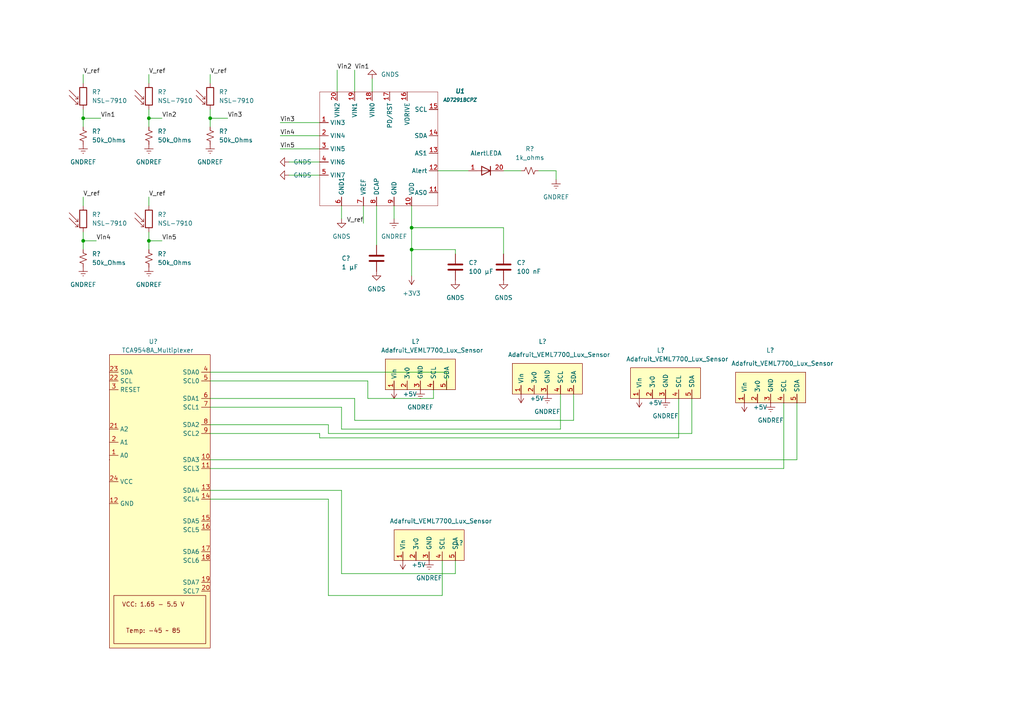
<source format=kicad_sch>
(kicad_sch (version 20211123) (generator eeschema)
  (paper "A4")
  (lib_symbols
    (symbol "Adafruit_VEML7700_Lux_Sensor_1"
      (property "Reference" "L" (at 0 -5.08 0))
      (property "Value" "Adafruit_VEML7700_Lux_Sensor_1" (at -8.89 0 0))
      (symbol "Adafruit_VEML7700_Lux_Sensor_1_0_1"
        (rectangle (start -8.89 -2.54) (end 11.43 -11.43) (fill (type background)))
      )
      (symbol "Adafruit_VEML7700_Lux_Sensor_1_1_1"
        (pin input line (at -6.35 -11.43 90) (length 2.54) (name "Vin") (number "1"))
        (pin input line (at -2.54 -11.43 90) (length 2.54) (name "3v0") (number "2"))
        (pin input line (at 1.27 -11.43 90) (length 2.54) (name "GND") (number "3"))
        (pin output line (at 5.08 -11.43 90) (length 2.54) (name "SCL") (number "4"))
        (pin bidirectional line (at 8.89 -11.43 90) (length 2.54) (name "SDA") (number "5"))
      )
    )
    (symbol "Adafruit_VEML7700_Lux_Sensor_2"
      (property "Reference" "L" (at 0 -5.08 0))
      (property "Value" "Adafruit_VEML7700_Lux_Sensor_2" (at -8.89 0 0))
      (symbol "Adafruit_VEML7700_Lux_Sensor_2_0_1"
        (rectangle (start -8.89 -2.54) (end 11.43 -11.43) (fill (type background)))
      )
      (symbol "Adafruit_VEML7700_Lux_Sensor_2_1_1"
        (pin input line (at -6.35 -11.43 90) (length 2.54) (name "Vin") (number "1"))
        (pin input line (at -2.54 -11.43 90) (length 2.54) (name "3v0") (number "2"))
        (pin input line (at 1.27 -11.43 90) (length 2.54) (name "GND") (number "3"))
        (pin output line (at 5.08 -11.43 90) (length 2.54) (name "SCL") (number "4"))
        (pin bidirectional line (at 8.89 -11.43 90) (length 2.54) (name "SDA") (number "5"))
      )
    )
    (symbol "Adafruit_VEML7700_Lux_Sensor_3"
      (property "Reference" "L" (at 0 -5.08 0))
      (property "Value" "Adafruit_VEML7700_Lux_Sensor_3" (at -8.89 0 0))
      (symbol "Adafruit_VEML7700_Lux_Sensor_3_0_1"
        (rectangle (start -8.89 -2.54) (end 11.43 -11.43) (fill (type background)))
      )
      (symbol "Adafruit_VEML7700_Lux_Sensor_3_1_1"
        (pin input line (at -6.35 -11.43 90) (length 2.54) (name "Vin") (number "1"))
        (pin input line (at -2.54 -11.43 90) (length 2.54) (name "3v0") (number "2"))
        (pin input line (at 1.27 -11.43 90) (length 2.54) (name "GND") (number "3"))
        (pin output line (at 5.08 -11.43 90) (length 2.54) (name "SCL") (number "4"))
        (pin bidirectional line (at 8.89 -11.43 90) (length 2.54) (name "SDA") (number "5"))
      )
    )
    (symbol "Adafruit_VEML7700_Lux_Sensor_4"
      (property "Reference" "L" (at 0 -5.08 0))
      (property "Value" "Adafruit_VEML7700_Lux_Sensor_4" (at -8.89 0 0))
      (symbol "Adafruit_VEML7700_Lux_Sensor_4_0_1"
        (rectangle (start -8.89 -2.54) (end 11.43 -11.43) (fill (type background)))
      )
      (symbol "Adafruit_VEML7700_Lux_Sensor_4_1_1"
        (pin input line (at -6.35 -11.43 90) (length 2.54) (name "Vin") (number "1"))
        (pin input line (at -2.54 -11.43 90) (length 2.54) (name "3v0") (number "2"))
        (pin input line (at 1.27 -11.43 90) (length 2.54) (name "GND") (number "3"))
        (pin output line (at 5.08 -11.43 90) (length 2.54) (name "SCL") (number "4"))
        (pin bidirectional line (at 8.89 -11.43 90) (length 2.54) (name "SDA") (number "5"))
      )
    )
    (symbol "Analog_ADC:AD7291BCPZ"
      (property "Reference" "U" (at 3.81 -7.62 0))
      (property "Value" "AD7291BCPZ" (at 3.81 -5.08 0))
      (symbol "AD7291BCPZ_0_1"
        (rectangle (start -12.7 8.89) (end 21.59 -24.13) (stroke (width 0.1)))
      )
      (symbol "AD7291BCPZ_1_1"
        (pin input line (at -12.7 0 0) (length 2.54) (name "VIN3") (number "1"))
        (pin input line (at 13.97 -24.13 90) (length 2.54) (name "VDD") (number "10"))
        (pin input line (at 21.59 -20.32 180) (length 2.54) (name "AS0") (number "11"))
        (pin output line (at 21.59 -13.97 180) (length 2.54) (name "Alert") (number "12"))
        (pin input line (at 21.59 -8.89 180) (length 2.54) (name "AS1") (number "13"))
        (pin bidirectional line (at 21.59 -3.81 180) (length 2.54) (name "SDA") (number "14"))
        (pin input line (at 21.59 3.81 180) (length 2.54) (name "SCL") (number "15"))
        (pin input line (at 12.7 8.89 270) (length 2.54) (name "VDRIVE") (number "16"))
        (pin input line (at 7.62 8.89 270) (length 2.54) (name "PD/RST") (number "17"))
        (pin input line (at 2.54 8.89 270) (length 2.54) (name "VIN0") (number "18"))
        (pin input line (at -2.54 8.89 270) (length 2.54) (name "VIN1") (number "19"))
        (pin input line (at -12.7 -3.81 0) (length 2.54) (name "VIN4") (number "2"))
        (pin input line (at -7.62 8.89 270) (length 2.54) (name "VIN2") (number "20"))
        (pin input line (at -12.7 -7.62 0) (length 2.54) (name "VIN5") (number "3"))
        (pin input line (at -12.7 -11.43 0) (length 2.54) (name "VIN6") (number "4"))
        (pin input line (at -12.7 -15.24 0) (length 2.54) (name "VIN7") (number "5"))
        (pin input line (at -6.35 -24.13 90) (length 2.54) (name "GND1") (number "6"))
        (pin input line (at 0 -24.13 90) (length 2.54) (name "VREF") (number "7"))
        (pin input line (at 3.81 -24.13 90) (length 2.54) (name "DCAP") (number "8"))
        (pin input line (at 8.89 -24.13 90) (length 2.54) (name "GND") (number "9"))
      )
    )
    (symbol "Analog_Switch:TCA9548A_Multiplexer"
      (property "Reference" "U" (at 40.64 -31.75 0))
      (property "Value" "TCA9548A_Multiplexer" (at 39.37 -12.7 0))
      (symbol "TCA9548A_Multiplexer_0_0"
        (text "Temp: -45 ~ 85" (at 38.1 -90.17 0) (effects (font (size 1.27 1.27))))
        (text "VCC: 1.65 - 5.5 V" (at 38.1 -82.55 0) (effects (font (size 1.27 1.27))))
      )
      (symbol "TCA9548A_Multiplexer_0_1"
        (rectangle (start -15.24 -40.64) (end -15.24 -40.64))
        (rectangle (start -15.24 -40.64) (end -15.24 -40.64))
        (rectangle (start -15.24 -40.64) (end -15.24 -40.64))
        (rectangle (start -15.24 -40.64) (end -15.24 -40.64))
        (rectangle (start -15.24 -40.64) (end -15.24 -40.64))
        (rectangle (start -15.24 -40.64) (end -15.24 -40.64))
        (polyline (pts (xy 25.4 -40.64) (xy 25.4 -40.64)))
        (rectangle (start 25.4 -40.64) (end 25.4 -40.64))
        (rectangle (start 25.4 -40.64) (end 25.4 -40.64))
        (arc (start 25.4 -40.64) (mid 25.4 -40.64) (end 25.4 -40.64))
        (arc (start 25.4 -40.64) (mid 25.4 -40.64) (end 25.4 -40.64))
        (arc (start 25.4 -40.64) (mid 25.4 -40.64) (end 25.4 -40.64))
        (arc (start 25.4 -40.64) (mid 25.4 -40.64) (end 25.4 -40.64))
        (rectangle (start 25.4 -10.16) (end 54.61 -95.25) (fill (type background)))
        (rectangle (start 26.67 -80.01) (end 53.34 -93.98))
      )
      (symbol "TCA9548A_Multiplexer_1_1"
        (pin input line (at 25.4 -39.37 0) (length 2.54) (name "A0") (number "1"))
        (pin bidirectional line (at 54.61 -40.64 180) (length 2.54) (name "SDA3") (number "10"))
        (pin output line (at 54.61 -43.18 180) (length 2.54) (name "SCL3") (number "11"))
        (pin input line (at 25.4 -53.34 0) (length 2.54) (name "GND") (number "12"))
        (pin bidirectional line (at 54.61 -49.53 180) (length 2.54) (name "SDA4") (number "13"))
        (pin output line (at 54.61 -52.07 180) (length 2.54) (name "SCL4") (number "14"))
        (pin bidirectional line (at 54.61 -58.42 180) (length 2.54) (name "SDA5") (number "15"))
        (pin output line (at 54.61 -60.96 180) (length 2.54) (name "SCL5") (number "16"))
        (pin bidirectional line (at 54.61 -67.31 180) (length 2.54) (name "SDA6") (number "17"))
        (pin output line (at 54.61 -69.85 180) (length 2.54) (name "SCL6") (number "18"))
        (pin bidirectional line (at 54.61 -76.2 180) (length 2.54) (name "SDA7") (number "19"))
        (pin input line (at 25.4 -35.56 0) (length 2.54) (name "A1") (number "2"))
        (pin output line (at 54.61 -78.74 180) (length 2.54) (name "SCL7") (number "20"))
        (pin input line (at 25.4 -31.75 0) (length 2.54) (name "A2") (number "21"))
        (pin input line (at 25.4 -17.78 0) (length 2.54) (name "SCL") (number "22"))
        (pin bidirectional line (at 25.4 -15.24 0) (length 2.54) (name "SDA") (number "23"))
        (pin input line (at 25.4 -46.99 0) (length 2.54) (name "VCC") (number "24"))
        (pin input line (at 25.4 -20.32 0) (length 2.54) (name "RESET") (number "3"))
        (pin bidirectional line (at 54.61 -15.24 180) (length 2.54) (name "SDA0") (number "4"))
        (pin output line (at 54.61 -17.78 180) (length 2.54) (name "SCL0") (number "5"))
        (pin bidirectional line (at 54.61 -22.86 180) (length 2.54) (name "SDA1") (number "6"))
        (pin output line (at 54.61 -25.4 180) (length 2.54) (name "SCL1") (number "7"))
        (pin bidirectional line (at 54.61 -30.48 180) (length 2.54) (name "SDA2") (number "8"))
        (pin output line (at 54.61 -33.02 180) (length 2.54) (name "SCL2") (number "9"))
      )
    )
    (symbol "Device:50k_Ohms" (pin_numbers hide) (pin_names (offset 0.254) hide)
      (property "Reference" "R" (at 0.762 0.508 0))
      (property "Value" "50k_Ohms" (at 1.27 -1.27 0))
      (symbol "50k_Ohms_1_1"
        (polyline (pts (xy 0 0) (xy 1.016 -0.381) (xy 0 -0.762) (xy -1.016 -1.143) (xy 0 -1.524)))
        (polyline (pts (xy 0 1.524) (xy 1.016 1.143) (xy 0 0.762) (xy -1.016 0.381) (xy 0 0)))
        (pin passive line (at 0 2.54 270) (length 1.016) (name "~") (number "1"))
        (pin passive line (at 0 -2.54 90) (length 1.016) (name "~") (number "2"))
      )
    )
    (symbol "Device:C" (pin_numbers hide) (pin_names (offset 0.254))
      (property "Reference" "C" (at 0.635 2.54 0))
      (property "Value" "C" (at 0.635 -2.54 0))
      (symbol "C_0_1"
        (polyline (pts (xy -2.032 -0.762) (xy 2.032 -0.762)) (stroke (width 0.508)))
        (polyline (pts (xy -2.032 0.762) (xy 2.032 0.762)) (stroke (width 0.508)))
      )
      (symbol "C_1_1"
        (pin passive line (at 0 3.81 270) (length 2.794) (name "~") (number "1"))
        (pin passive line (at 0 -3.81 90) (length 2.794) (name "~") (number "2"))
      )
    )
    (symbol "Device:R_Photo" (pin_numbers hide) (pin_names (offset 0))
      (property "Reference" "R" (at 1.27 1.27 0))
      (property "Value" "R_Photo" (at 1.27 0 0))
      (symbol "R_Photo_0_1"
        (rectangle (start -1.016 2.54) (end 1.016 -2.54) (stroke (width 0.254)))
        (polyline (pts (xy -1.524 -2.286) (xy -4.064 0.254)))
        (polyline (pts (xy -1.524 -2.286) (xy -2.286 -2.286)))
        (polyline (pts (xy -1.524 -2.286) (xy -1.524 -1.524)))
        (polyline (pts (xy -1.524 -0.762) (xy -4.064 1.778)))
        (polyline (pts (xy -1.524 -0.762) (xy -2.286 -0.762)))
        (polyline (pts (xy -1.524 -0.762) (xy -1.524 0)))
      )
      (symbol "R_Photo_1_1"
        (pin passive line (at 0 3.81 270) (length 1.27) (name "~") (number "1"))
        (pin passive line (at 0 -3.81 90) (length 1.27) (name "~") (number "2"))
      )
    )
    (symbol "LED:HDSP-4836" (pin_names (offset 1.016) hide)
      (property "Reference" "BAR" (at 0 3.81 0))
      (property "Value" "HDSP-4836" (at 0 -3.81 0))
      (symbol "HDSP-4836_0_1"
        (polyline (pts (xy -2.54 0) (xy 2.54 0)))
        (polyline (pts (xy 1.27 -1.27) (xy 1.27 1.27)) (stroke (width 0.254)))
        (polyline (pts (xy -1.27 1.27) (xy -1.27 -1.27) (xy 1.27 0) (xy -1.27 1.27)) (stroke (width 0.254)))
      )
      (symbol "HDSP-4836_1_1"
        (pin passive line (at -5.08 0 0) (length 2.54) (name "A") (number "1"))
        (pin passive line (at 5.08 0 180) (length 2.54) (name "K") (number "20"))
      )
      (symbol "HDSP-4836_2_1"
        (pin passive line (at 5.08 0 180) (length 2.54) (name "K") (number "19"))
        (pin passive line (at -5.08 0 0) (length 2.54) (name "A") (number "2"))
      )
      (symbol "HDSP-4836_3_1"
        (pin passive line (at 5.08 0 180) (length 2.54) (name "K") (number "18"))
        (pin passive line (at -5.08 0 0) (length 2.54) (name "A") (number "3"))
      )
      (symbol "HDSP-4836_4_1"
        (pin passive line (at 5.08 0 180) (length 2.54) (name "K") (number "17"))
        (pin passive line (at -5.08 0 0) (length 2.54) (name "A") (number "4"))
      )
      (symbol "HDSP-4836_5_1"
        (pin passive line (at 5.08 0 180) (length 2.54) (name "K") (number "16"))
        (pin passive line (at -5.08 0 0) (length 2.54) (name "A") (number "5"))
      )
      (symbol "HDSP-4836_6_1"
        (pin passive line (at 5.08 0 180) (length 2.54) (name "K") (number "15"))
        (pin passive line (at -5.08 0 0) (length 2.54) (name "A") (number "6"))
      )
      (symbol "HDSP-4836_7_1"
        (pin passive line (at 5.08 0 180) (length 2.54) (name "K") (number "14"))
        (pin passive line (at -5.08 0 0) (length 2.54) (name "A") (number "7"))
      )
      (symbol "HDSP-4836_8_1"
        (pin passive line (at 5.08 0 180) (length 2.54) (name "K") (number "13"))
        (pin passive line (at -5.08 0 0) (length 2.54) (name "A") (number "8"))
      )
      (symbol "HDSP-4836_9_1"
        (pin passive line (at 5.08 0 180) (length 2.54) (name "K") (number "12"))
        (pin passive line (at -5.08 0 0) (length 2.54) (name "A") (number "9"))
      )
      (symbol "HDSP-4836_10_1"
        (pin passive line (at -5.08 0 0) (length 2.54) (name "A") (number "10"))
        (pin passive line (at 5.08 0 180) (length 2.54) (name "K") (number "11"))
      )
    )
    (symbol "Sensor_Optical:Adafruit_VEML7700_Lux_Sensor"
      (property "Reference" "L" (at 0 -5.08 0))
      (property "Value" "Adafruit_VEML7700_Lux_Sensor" (at -8.89 0 0))
      (symbol "Adafruit_VEML7700_Lux_Sensor_0_1"
        (rectangle (start -8.89 -2.54) (end 11.43 -11.43) (fill (type background)))
      )
      (symbol "Adafruit_VEML7700_Lux_Sensor_1_1"
        (pin input line (at -6.35 -11.43 90) (length 2.54) (name "Vin") (number "1"))
        (pin input line (at -2.54 -11.43 90) (length 2.54) (name "3v0") (number "2"))
        (pin input line (at 1.27 -11.43 90) (length 2.54) (name "GND") (number "3"))
        (pin output line (at 5.08 -11.43 90) (length 2.54) (name "SCL") (number "4"))
        (pin bidirectional line (at 8.89 -11.43 90) (length 2.54) (name "SDA") (number "5"))
      )
    )
    (symbol "power:+3.3V" (power) (pin_names (offset 0))
      (property "Value" "+3.3V" (at 0 3.556 0))
      (symbol "+3.3V_0_1"
        (polyline (pts (xy -0.762 1.27) (xy 0 2.54)))
        (polyline (pts (xy 0 0) (xy 0 2.54)))
        (polyline (pts (xy 0 2.54) (xy 0.762 1.27)))
      )
      (symbol "+3.3V_1_1"
        (pin power_in line (at 0 0 90) (length 0) hide (name "+3V3") (number "1"))
      )
    )
    (symbol "power:+5V" (power) (pin_names (offset 0))
      (property "Value" "+5V" (at 0 3.556 0))
      (symbol "+5V_0_1"
        (polyline (pts (xy -0.762 1.27) (xy 0 2.54)))
        (polyline (pts (xy 0 0) (xy 0 2.54)))
        (polyline (pts (xy 0 2.54) (xy 0.762 1.27)))
      )
      (symbol "+5V_1_1"
        (pin power_in line (at 0 0 90) (length 0) hide (name "+5V") (number "1"))
      )
    )
    (symbol "power:GNDREF" (power) (pin_names (offset 0))
      (property "Value" "GNDREF" (at 0 -3.81 0))
      (symbol "GNDREF_0_1"
        (polyline (pts (xy -0.635 -1.905) (xy 0.635 -1.905)))
        (polyline (pts (xy -0.127 -2.54) (xy 0.127 -2.54)))
        (polyline (pts (xy 0 -1.27) (xy 0 0)))
        (polyline (pts (xy 1.27 -1.27) (xy -1.27 -1.27)))
      )
      (symbol "GNDREF_1_1"
        (pin power_in line (at 0 0 270) (length 0) hide (name "GNDREF") (number "1"))
      )
    )
    (symbol "power:GNDS" (power) (pin_names (offset 0))
      (property "Value" "GNDS" (at 0 -3.81 0))
      (symbol "GNDS_0_1"
        (polyline (pts (xy 0 0) (xy 0 -1.27) (xy 1.27 -1.27) (xy 0 -2.54) (xy -1.27 -1.27) (xy 0 -1.27)))
      )
      (symbol "GNDS_1_1"
        (pin power_in line (at 0 0 270) (length 0) hide (name "GNDS") (number "1"))
      )
    )
  )
  (junction (at 119.38 66.04))
  (junction (at 43.18 69.85))
  (junction (at 119.38 72.39))
  (junction (at 43.18 34.29))
  (junction (at 60.96 34.29))
  (junction (at 24.13 69.85))
  (junction (at 24.13 34.29))
  (wire (pts (xy 132.08 166.37) (xy 132.08 162.56)))
  (wire (pts (xy 43.18 34.29) (xy 43.18 36.83)))
  (wire (pts (xy 43.18 34.29) (xy 46.99 34.29)))
  (wire (pts (xy 99.06 166.37) (xy 132.08 166.37)))
  (wire (pts (xy 43.18 67.31) (xy 43.18 69.85)))
  (wire (pts (xy 102.87 20.32) (xy 102.87 26.67)))
  (wire (pts (xy 60.96 107.95) (xy 129.54 107.95)))
  (wire (pts (xy 24.13 69.85) (xy 27.94 69.85)))
  (wire (pts (xy 60.96 123.19) (xy 95.25 123.19)))
  (wire (pts (xy 24.13 69.85) (xy 24.13 72.39)))
  (wire (pts (xy 161.29 49.53) (xy 161.29 52.07)))
  (wire (pts (xy 99.06 124.46) (xy 162.56 124.46)))
  (wire (pts (xy 231.14 133.35) (xy 231.14 116.84)))
  (wire (pts (xy 119.38 59.69) (xy 119.38 66.04)))
  (wire (pts (xy 106.68 110.49) (xy 106.68 115.57)))
  (wire (pts (xy 92.71 125.73) (xy 92.71 127)))
  (wire (pts (xy 99.06 59.69) (xy 99.06 63.5)))
  (wire (pts (xy 60.96 125.73) (xy 92.71 125.73)))
  (wire (pts (xy 95.25 125.73) (xy 200.66 125.73)))
  (wire (pts (xy 92.71 127) (xy 196.85 127)))
  (wire (pts (xy 60.96 34.29) (xy 66.04 34.29)))
  (wire (pts (xy 128.27 172.72) (xy 128.27 162.56)))
  (wire (pts (xy 146.05 49.53) (xy 151.13 49.53)))
  (wire (pts (xy 24.13 67.31) (xy 24.13 69.85)))
  (wire (pts (xy 43.18 69.85) (xy 43.18 72.39)))
  (wire (pts (xy 125.73 115.57) (xy 125.73 113.03)))
  (wire (pts (xy 60.96 110.49) (xy 106.68 110.49)))
  (wire (pts (xy 107.95 22.86) (xy 107.95 26.67)))
  (wire (pts (xy 99.06 142.24) (xy 99.06 166.37)))
  (wire (pts (xy 60.96 31.75) (xy 60.96 34.29)))
  (wire (pts (xy 106.68 115.57) (xy 125.73 115.57)))
  (wire (pts (xy 43.18 69.85) (xy 46.99 69.85)))
  (wire (pts (xy 24.13 31.75) (xy 24.13 34.29)))
  (wire (pts (xy 24.13 34.29) (xy 29.21 34.29)))
  (wire (pts (xy 162.56 124.46) (xy 162.56 114.3)))
  (wire (pts (xy 166.37 121.92) (xy 166.37 114.3)))
  (wire (pts (xy 146.05 66.04) (xy 146.05 73.66)))
  (wire (pts (xy 95.25 123.19) (xy 95.25 125.73)))
  (wire (pts (xy 60.96 115.57) (xy 102.87 115.57)))
  (wire (pts (xy 227.33 116.84) (xy 227.33 135.89)))
  (wire (pts (xy 95.25 172.72) (xy 128.27 172.72)))
  (wire (pts (xy 24.13 57.15) (xy 24.13 59.69)))
  (wire (pts (xy 60.96 21.59) (xy 60.96 24.13)))
  (wire (pts (xy 99.06 118.11) (xy 99.06 124.46)))
  (wire (pts (xy 43.18 57.15) (xy 43.18 59.69)))
  (wire (pts (xy 102.87 115.57) (xy 102.87 121.92)))
  (wire (pts (xy 200.66 115.57) (xy 200.66 125.73)))
  (wire (pts (xy 43.18 31.75) (xy 43.18 34.29)))
  (wire (pts (xy 43.18 21.59) (xy 43.18 24.13)))
  (wire (pts (xy 105.41 59.69) (xy 105.41 64.77)))
  (wire (pts (xy 83.82 50.8) (xy 92.71 50.8)))
  (wire (pts (xy 114.3 59.69) (xy 114.3 63.5)))
  (wire (pts (xy 102.87 121.92) (xy 166.37 121.92)))
  (wire (pts (xy 81.28 39.37) (xy 92.71 39.37)))
  (wire (pts (xy 60.96 133.35) (xy 231.14 133.35)))
  (wire (pts (xy 95.25 144.78) (xy 95.25 172.72)))
  (wire (pts (xy 132.08 72.39) (xy 132.08 73.66)))
  (wire (pts (xy 24.13 21.59) (xy 24.13 24.13)))
  (wire (pts (xy 97.79 20.32) (xy 97.79 26.67)))
  (wire (pts (xy 81.28 35.56) (xy 92.71 35.56)))
  (wire (pts (xy 156.21 49.53) (xy 161.29 49.53)))
  (wire (pts (xy 109.22 59.69) (xy 109.22 71.12)))
  (wire (pts (xy 83.82 46.99) (xy 92.71 46.99)))
  (wire (pts (xy 24.13 34.29) (xy 24.13 36.83)))
  (wire (pts (xy 81.28 43.18) (xy 92.71 43.18)))
  (wire (pts (xy 60.96 135.89) (xy 227.33 135.89)))
  (wire (pts (xy 119.38 66.04) (xy 146.05 66.04)))
  (wire (pts (xy 119.38 66.04) (xy 119.38 72.39)))
  (wire (pts (xy 60.96 118.11) (xy 99.06 118.11)))
  (wire (pts (xy 60.96 144.78) (xy 95.25 144.78)))
  (wire (pts (xy 60.96 34.29) (xy 60.96 36.83)))
  (wire (pts (xy 196.85 127) (xy 196.85 115.57)))
  (wire (pts (xy 119.38 72.39) (xy 119.38 80.01)))
  (wire (pts (xy 119.38 72.39) (xy 132.08 72.39)))
  (wire (pts (xy 60.96 142.24) (xy 99.06 142.24)))
  (wire (pts (xy 127 49.53) (xy 135.89 49.53)))
  (wire (pts (xy 129.54 107.95) (xy 129.54 113.03)))
  (label "Vin4" (at 81.28 39.37 0))
  (label "Vin5" (at 46.99 69.85 0))
  (label "Vin2" (at 46.99 34.29 0))
  (label "Vin4" (at 27.94 69.85 0))
  (label "Vin2" (at 97.79 20.32 0))
  (label "V_ref" (at 24.13 57.15 0))
  (label "V_ref" (at 105.41 64.77 180))
  (label "Vin1" (at 102.87 20.32 0))
  (label "Vin1" (at 29.21 34.29 0))
  (label "V_ref" (at 43.18 21.59 0))
  (label "V_ref" (at 43.18 57.15 0))
  (label "Vin3" (at 81.28 35.56 0))
  (label "V_ref" (at 60.96 21.59 0))
  (label "Vin3" (at 66.04 34.29 0))
  (label "Vin5" (at 81.28 43.18 0))
  (label "V_ref" (at 24.13 21.59 0))
  (symbol (lib_id "power:GNDS") (at 99.06 63.5 0) (unit 1)
    (property "Reference" "#PWR01" (effects hide))
    (property "Value" "GNDS" (at 99.06 68.58 0))
  )
  (symbol (lib_id "Device:R_Photo") (at 60.96 27.94 0) (unit 1)
    (property "Reference" "R?" (at 63.5 26.6699 0) (effects (justify left)))
    (property "Value" "NSL-7910" (at 63.5 29.2099 0) (effects (justify left)))
  )
  (symbol (lib_id "Device:R_Photo") (at 24.13 63.5 0) (unit 1)
    (property "Reference" "R?" (at 26.67 62.2299 0) (effects (justify left)))
    (property "Value" "NSL-7910" (at 26.67 64.7699 0) (effects (justify left)))
  )
  (symbol (lib_id "power:+5V") (at 151.13 114.3 180) (unit 1)
    (property "Reference" "#PWR?" (effects hide))
    (property "Value" "+5V" (at 153.67 115.5699 0) (effects (justify right)))
  )
  (symbol (lib_id "Analog_ADC:AD7291BCPZ") (at 105.41 35.56 0) (unit 1)
    (property "Reference" "U1" (at 133.35 26.4412 0) (effects (font bold italic)))
    (property "Value" "AD7291BCPZ" (at 133.35 28.9813 0) (effects (font (size 1 1) bold italic)))
  )
  (symbol (lib_id "power:+5V") (at 116.84 162.56 180) (unit 1)
    (property "Reference" "#PWR?" (effects hide))
    (property "Value" "+5V" (at 119.38 163.8299 0) (effects (justify right)))
  )
  (symbol (lib_name "Adafruit_VEML7700_Lux_Sensor_1") (lib_id "Sensor_Optical:Adafruit_VEML7700_Lux_Sensor") (at 120.65 101.6 0) (unit 1)
    (property "Reference" "L?" (at 119.38 99.06 0) (effects (justify left)))
    (property "Value" "Adafruit_VEML7700_Lux_Sensor" (at 110.49 101.6 0) (effects (justify left)))
  )
  (symbol (lib_id "Sensor_Optical:Adafruit_VEML7700_Lux_Sensor") (at 222.25 105.41 0) (unit 1)
    (property "Reference" "L?" (at 222.25 101.6 0) (effects (justify left)))
    (property "Value" "Adafruit_VEML7700_Lux_Sensor" (at 212.09 105.41 0) (effects (justify left)))
  )
  (symbol (lib_id "power:GNDREF") (at 43.18 41.91 0) (unit 1)
    (property "Reference" "#PWR?" (effects hide))
    (property "Value" "GNDREF" (at 43.18 46.99 0))
  )
  (symbol (lib_name "Adafruit_VEML7700_Lux_Sensor_2") (lib_id "Sensor_Optical:Adafruit_VEML7700_Lux_Sensor") (at 123.19 151.13 0) (unit 1)
    (property "Reference" "L?" (at 132.08 157.48 0) (effects (justify left)))
    (property "Value" "Adafruit_VEML7700_Lux_Sensor" (at 113.03 151.13 0) (effects (justify left)))
  )
  (symbol (lib_name "Adafruit_VEML7700_Lux_Sensor_3") (lib_id "Sensor_Optical:Adafruit_VEML7700_Lux_Sensor") (at 157.48 102.87 0) (unit 1)
    (property "Reference" "L?" (at 156.21 99.06 0) (effects (justify left)))
    (property "Value" "Adafruit_VEML7700_Lux_Sensor" (at 147.32 102.87 0) (effects (justify left)))
  )
  (symbol (lib_id "Device:C") (at 109.22 74.93 0) (unit 1)
    (property "Reference" "C?" (at 99.06 74.93 0) (effects (justify left)))
    (property "Value" "1 µF" (at 99.06 77.47 0) (effects (justify left)))
  )
  (symbol (lib_id "power:GNDS") (at 83.82 50.8 270) (unit 1)
    (property "Reference" "#PWR?" (effects hide))
    (property "Value" "GNDS" (at 85.09 50.7999 90) (effects (justify left)))
  )
  (symbol (lib_id "Device:50k_Ohms") (at 43.18 74.93 0) (unit 1)
    (property "Reference" "R?" (at 45.72 73.6599 0) (effects (justify left)))
    (property "Value" "50k_Ohms" (at 45.72 76.1999 0) (effects (justify left)))
  )
  (symbol (lib_id "power:+5V") (at 215.9 116.84 180) (unit 1)
    (property "Reference" "#PWR?" (effects hide))
    (property "Value" "+5V" (at 218.44 118.1099 0) (effects (justify right)))
  )
  (symbol (lib_id "power:GNDS") (at 146.05 81.28 0) (unit 1)
    (property "Reference" "#PWR?" (effects hide))
    (property "Value" "GNDS" (at 146.05 86.36 0))
  )
  (symbol (lib_id "Device:C") (at 132.08 77.47 0) (unit 1)
    (property "Reference" "C?" (at 135.89 76.1999 0) (effects (justify left)))
    (property "Value" "100 µF" (at 135.89 78.7399 0) (effects (justify left)))
  )
  (symbol (lib_id "power:GNDREF") (at 193.04 115.57 0) (unit 1)
    (property "Reference" "#PWR?" (effects hide))
    (property "Value" "GNDREF" (at 193.04 120.65 0))
  )
  (symbol (lib_id "power:GNDREF") (at 161.29 52.07 0) (unit 1)
    (property "Reference" "#PWR?" (effects hide))
    (property "Value" "GNDREF" (at 161.29 57.15 0))
  )
  (symbol (lib_id "power:+3.3V") (at 119.38 80.01 180) (unit 1)
    (property "Reference" "#PWR?" (effects hide))
    (property "Value" "+3.3V" (at 119.38 85.09 0))
  )
  (symbol (lib_id "power:GNDREF") (at 223.52 116.84 0) (unit 1)
    (property "Reference" "#PWR?" (effects hide))
    (property "Value" "GNDREF" (at 223.52 121.92 0))
  )
  (symbol (lib_id "power:GNDS") (at 109.22 78.74 0) (unit 1)
    (property "Reference" "#PWR?" (effects hide))
    (property "Value" "GNDS" (at 109.22 83.82 0))
  )
  (symbol (lib_id "power:GNDREF") (at 158.75 114.3 0) (unit 1)
    (property "Reference" "#PWR?" (effects hide))
    (property "Value" "GNDREF" (at 158.75 119.38 0))
  )
  (symbol (lib_id "Device:50k_Ohms") (at 60.96 39.37 0) (unit 1)
    (property "Reference" "R?" (at 63.5 38.0999 0) (effects (justify left)))
    (property "Value" "50k_Ohms" (at 63.5 40.6399 0) (effects (justify left)))
  )
  (symbol (lib_id "Device:R_Photo") (at 43.18 27.94 0) (unit 1)
    (property "Reference" "R?" (at 45.72 26.6699 0) (effects (justify left)))
    (property "Value" "NSL-7910" (at 45.72 29.2099 0) (effects (justify left)))
  )
  (symbol (lib_id "power:+5V") (at 185.42 115.57 180) (unit 1)
    (property "Reference" "#PWR?" (effects hide))
    (property "Value" "+5V" (at 187.96 116.8399 0) (effects (justify right)))
  )
  (symbol (lib_id "power:GNDREF") (at 121.92 113.03 0) (unit 1)
    (property "Reference" "#PWR?" (effects hide))
    (property "Value" "GNDREF" (at 121.92 118.11 0))
  )
  (symbol (lib_name "Adafruit_VEML7700_Lux_Sensor_4") (lib_id "Sensor_Optical:Adafruit_VEML7700_Lux_Sensor") (at 191.77 104.14 0) (unit 1)
    (property "Reference" "L?" (at 190.5 101.6 0) (effects (justify left)))
    (property "Value" "Adafruit_VEML7700_Lux_Sensor" (at 181.61 104.14 0) (effects (justify left)))
  )
  (symbol (lib_id "power:GNDREF") (at 43.18 77.47 0) (unit 1)
    (property "Reference" "#PWR?" (effects hide))
    (property "Value" "GNDREF" (at 43.18 82.55 0))
  )
  (symbol (lib_id "LED:HDSP-4836") (at 140.97 49.53 0) (unit 1)
    (property "Reference" "AlertLED" (at 140.97 44.45 0))
    (property "Value" " " (at 140.97 45.72 0))
    (property "Footprint" "Display:HDSP-4836" (effects hide))
    (property "Datasheet" "https://docs.broadcom.com/docs/AV02-1798EN" (effects hide))
  )
  (symbol (lib_id "Device:50k_Ohms") (at 24.13 74.93 0) (unit 1)
    (property "Reference" "R?" (at 26.67 73.6599 0) (effects (justify left)))
    (property "Value" "50k_Ohms" (at 26.67 76.1999 0) (effects (justify left)))
  )
  (symbol (lib_id "power:GNDS") (at 83.82 46.99 270) (unit 1)
    (property "Reference" "#PWR?" (effects hide))
    (property "Value" "GNDS" (at 85.09 46.9899 90) (effects (justify left)))
  )
  (symbol (lib_id "power:GNDS") (at 132.08 81.28 0) (unit 1)
    (property "Reference" "#PWR?" (effects hide))
    (property "Value" "GNDS" (at 132.08 86.36 0))
  )
  (symbol (lib_id "Device:50k_Ohms") (at 153.67 49.53 90) (unit 1)
    (property "Reference" "R?" (at 153.67 43.18 90))
    (property "Value" "1k_ohms" (at 153.67 45.72 90))
  )
  (symbol (lib_id "power:GNDREF") (at 24.13 77.47 0) (unit 1)
    (property "Reference" "#PWR?" (effects hide))
    (property "Value" "GNDREF" (at 24.13 82.55 0))
  )
  (symbol (lib_id "Device:R_Photo") (at 24.13 27.94 0) (unit 1)
    (property "Reference" "R?" (at 26.67 26.6699 0) (effects (justify left)))
    (property "Value" "NSL-7910" (at 26.67 29.2099 0) (effects (justify left)))
  )
  (symbol (lib_id "power:+5V") (at 114.3 113.03 180) (unit 1)
    (property "Reference" "#PWR?" (effects hide))
    (property "Value" "+5V" (at 116.84 114.2999 0) (effects (justify right)))
  )
  (symbol (lib_id "Device:50k_Ohms") (at 43.18 39.37 0) (unit 1)
    (property "Reference" "R?" (at 45.72 38.0999 0) (effects (justify left)))
    (property "Value" "50k_Ohms" (at 45.72 40.6399 0) (effects (justify left)))
  )
  (symbol (lib_id "power:GNDS") (at 107.95 22.86 180) (unit 1)
    (property "Reference" "#PWR?" (effects hide))
    (property "Value" "GNDS" (at 110.49 21.5899 0) (effects (justify right)))
  )
  (symbol (lib_id "power:GNDREF") (at 114.3 63.5 0) (unit 1)
    (property "Reference" "#PWR02" (effects hide))
    (property "Value" "GNDREF" (at 114.3 68.58 0))
  )
  (symbol (lib_id "Device:R_Photo") (at 43.18 63.5 0) (unit 1)
    (property "Reference" "R?" (at 45.72 62.2299 0) (effects (justify left)))
    (property "Value" "NSL-7910" (at 45.72 64.7699 0) (effects (justify left)))
  )
  (symbol (lib_id "Analog_Switch:TCA9548A_Multiplexer") (at 6.35 92.71 0) (unit 1)
    (property "Reference" "U?" (at 44.45 99.06 0))
    (property "Value" "TCA9548A_Multiplexer" (at 45.72 101.6 0))
  )
  (symbol (lib_id "Device:50k_Ohms") (at 24.13 39.37 0) (unit 1)
    (property "Reference" "R?" (at 26.67 38.0999 0) (effects (justify left)))
    (property "Value" "50k_Ohms" (at 26.67 40.6399 0) (effects (justify left)))
  )
  (symbol (lib_id "power:GNDREF") (at 60.96 41.91 0) (unit 1)
    (property "Reference" "#PWR?" (effects hide))
    (property "Value" "GNDREF" (at 60.96 46.99 0))
  )
  (symbol (lib_id "power:GNDREF") (at 124.46 162.56 0) (unit 1)
    (property "Reference" "#PWR?" (effects hide))
    (property "Value" "GNDREF" (at 124.46 167.64 0))
  )
  (symbol (lib_id "Device:C") (at 146.05 77.47 0) (unit 1)
    (property "Reference" "C?" (at 149.86 76.1999 0) (effects (justify left)))
    (property "Value" "100 nF" (at 149.86 78.7399 0) (effects (justify left)))
  )
  (symbol (lib_id "power:GNDREF") (at 24.13 41.91 0) (unit 1)
    (property "Reference" "#PWR?" (effects hide))
    (property "Value" "GNDREF" (at 24.13 46.99 0))
  )
)
</source>
